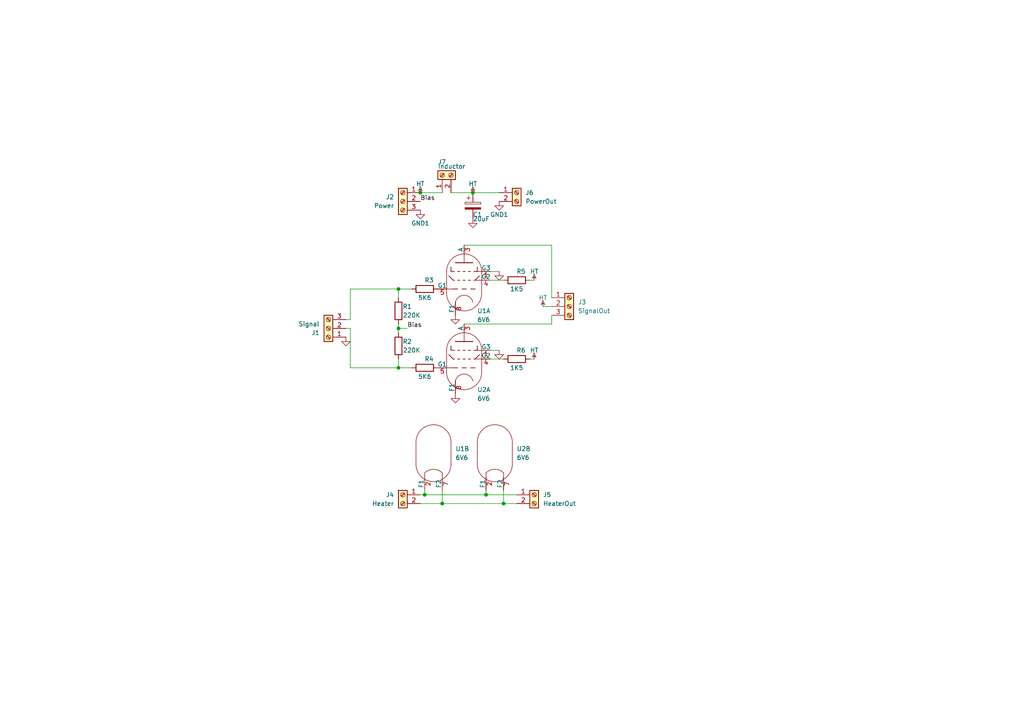
<source format=kicad_sch>
(kicad_sch (version 20230121) (generator eeschema)

  (uuid 242f2b8a-204c-43a5-9206-469c7459a187)

  (paper "A4")

  (lib_symbols
    (symbol "Connector:Screw_Terminal_01x02" (pin_names (offset 1.016) hide) (in_bom yes) (on_board yes)
      (property "Reference" "J" (at 0 2.54 0)
        (effects (font (size 1.27 1.27)))
      )
      (property "Value" "Screw_Terminal_01x02" (at 0 -5.08 0)
        (effects (font (size 1.27 1.27)))
      )
      (property "Footprint" "" (at 0 0 0)
        (effects (font (size 1.27 1.27)) hide)
      )
      (property "Datasheet" "~" (at 0 0 0)
        (effects (font (size 1.27 1.27)) hide)
      )
      (property "ki_keywords" "screw terminal" (at 0 0 0)
        (effects (font (size 1.27 1.27)) hide)
      )
      (property "ki_description" "Generic screw terminal, single row, 01x02, script generated (kicad-library-utils/schlib/autogen/connector/)" (at 0 0 0)
        (effects (font (size 1.27 1.27)) hide)
      )
      (property "ki_fp_filters" "TerminalBlock*:*" (at 0 0 0)
        (effects (font (size 1.27 1.27)) hide)
      )
      (symbol "Screw_Terminal_01x02_1_1"
        (rectangle (start -1.27 1.27) (end 1.27 -3.81)
          (stroke (width 0.254) (type default))
          (fill (type background))
        )
        (circle (center 0 -2.54) (radius 0.635)
          (stroke (width 0.1524) (type default))
          (fill (type none))
        )
        (polyline
          (pts
            (xy -0.5334 -2.2098)
            (xy 0.3302 -3.048)
          )
          (stroke (width 0.1524) (type default))
          (fill (type none))
        )
        (polyline
          (pts
            (xy -0.5334 0.3302)
            (xy 0.3302 -0.508)
          )
          (stroke (width 0.1524) (type default))
          (fill (type none))
        )
        (polyline
          (pts
            (xy -0.3556 -2.032)
            (xy 0.508 -2.8702)
          )
          (stroke (width 0.1524) (type default))
          (fill (type none))
        )
        (polyline
          (pts
            (xy -0.3556 0.508)
            (xy 0.508 -0.3302)
          )
          (stroke (width 0.1524) (type default))
          (fill (type none))
        )
        (circle (center 0 0) (radius 0.635)
          (stroke (width 0.1524) (type default))
          (fill (type none))
        )
        (pin passive line (at -5.08 0 0) (length 3.81)
          (name "Pin_1" (effects (font (size 1.27 1.27))))
          (number "1" (effects (font (size 1.27 1.27))))
        )
        (pin passive line (at -5.08 -2.54 0) (length 3.81)
          (name "Pin_2" (effects (font (size 1.27 1.27))))
          (number "2" (effects (font (size 1.27 1.27))))
        )
      )
    )
    (symbol "Connector:Screw_Terminal_01x03" (pin_names (offset 1.016) hide) (in_bom yes) (on_board yes)
      (property "Reference" "J" (at 0 5.08 0)
        (effects (font (size 1.27 1.27)))
      )
      (property "Value" "Screw_Terminal_01x03" (at 0 -5.08 0)
        (effects (font (size 1.27 1.27)))
      )
      (property "Footprint" "" (at 0 0 0)
        (effects (font (size 1.27 1.27)) hide)
      )
      (property "Datasheet" "~" (at 0 0 0)
        (effects (font (size 1.27 1.27)) hide)
      )
      (property "ki_keywords" "screw terminal" (at 0 0 0)
        (effects (font (size 1.27 1.27)) hide)
      )
      (property "ki_description" "Generic screw terminal, single row, 01x03, script generated (kicad-library-utils/schlib/autogen/connector/)" (at 0 0 0)
        (effects (font (size 1.27 1.27)) hide)
      )
      (property "ki_fp_filters" "TerminalBlock*:*" (at 0 0 0)
        (effects (font (size 1.27 1.27)) hide)
      )
      (symbol "Screw_Terminal_01x03_1_1"
        (rectangle (start -1.27 3.81) (end 1.27 -3.81)
          (stroke (width 0.254) (type default))
          (fill (type background))
        )
        (circle (center 0 -2.54) (radius 0.635)
          (stroke (width 0.1524) (type default))
          (fill (type none))
        )
        (polyline
          (pts
            (xy -0.5334 -2.2098)
            (xy 0.3302 -3.048)
          )
          (stroke (width 0.1524) (type default))
          (fill (type none))
        )
        (polyline
          (pts
            (xy -0.5334 0.3302)
            (xy 0.3302 -0.508)
          )
          (stroke (width 0.1524) (type default))
          (fill (type none))
        )
        (polyline
          (pts
            (xy -0.5334 2.8702)
            (xy 0.3302 2.032)
          )
          (stroke (width 0.1524) (type default))
          (fill (type none))
        )
        (polyline
          (pts
            (xy -0.3556 -2.032)
            (xy 0.508 -2.8702)
          )
          (stroke (width 0.1524) (type default))
          (fill (type none))
        )
        (polyline
          (pts
            (xy -0.3556 0.508)
            (xy 0.508 -0.3302)
          )
          (stroke (width 0.1524) (type default))
          (fill (type none))
        )
        (polyline
          (pts
            (xy -0.3556 3.048)
            (xy 0.508 2.2098)
          )
          (stroke (width 0.1524) (type default))
          (fill (type none))
        )
        (circle (center 0 0) (radius 0.635)
          (stroke (width 0.1524) (type default))
          (fill (type none))
        )
        (circle (center 0 2.54) (radius 0.635)
          (stroke (width 0.1524) (type default))
          (fill (type none))
        )
        (pin passive line (at -5.08 2.54 0) (length 3.81)
          (name "Pin_1" (effects (font (size 1.27 1.27))))
          (number "1" (effects (font (size 1.27 1.27))))
        )
        (pin passive line (at -5.08 0 0) (length 3.81)
          (name "Pin_2" (effects (font (size 1.27 1.27))))
          (number "2" (effects (font (size 1.27 1.27))))
        )
        (pin passive line (at -5.08 -2.54 0) (length 3.81)
          (name "Pin_3" (effects (font (size 1.27 1.27))))
          (number "3" (effects (font (size 1.27 1.27))))
        )
      )
    )
    (symbol "CustomSymbols:HT1" (power) (pin_names (offset 0)) (in_bom yes) (on_board yes)
      (property "Reference" "#PWR" (at 0 3.048 0)
        (effects (font (size 1.27 1.27)) hide)
      )
      (property "Value" "HT1" (at 0 2.286 0)
        (effects (font (size 1.27 1.27)))
      )
      (property "Footprint" "" (at 0 0 0)
        (effects (font (size 1.27 1.27)) hide)
      )
      (property "Datasheet" "" (at 0 0 0)
        (effects (font (size 1.27 1.27)) hide)
      )
      (property "ki_keywords" "global power" (at 0 0 0)
        (effects (font (size 1.27 1.27)) hide)
      )
      (property "ki_description" "Power symbol creates a global label with name \"HT1\"" (at 0 0 0)
        (effects (font (size 1.27 1.27)) hide)
      )
      (symbol "HT1_0_0"
        (pin power_in line (at 0 0 90) (length 0) hide
          (name "HT" (effects (font (size 1.27 1.27))))
          (number "1" (effects (font (size 1.27 1.27))))
        )
      )
      (symbol "HT1_0_1"
        (polyline
          (pts
            (xy 0 0)
            (xy 0 1.016)
            (xy 0 1.016)
          )
          (stroke (width 0) (type default))
          (fill (type none))
        )
        (polyline
          (pts
            (xy 0 1.016)
            (xy 0.508 0.508)
            (xy 0 1.778)
            (xy -0.508 0.508)
            (xy 0 1.016)
            (xy 0 1.016)
          )
          (stroke (width 0) (type default))
          (fill (type none))
        )
      )
    )
    (symbol "Device:C_Polarized" (pin_numbers hide) (pin_names (offset 0.254)) (in_bom yes) (on_board yes)
      (property "Reference" "C" (at 0.635 2.54 0)
        (effects (font (size 1.27 1.27)) (justify left))
      )
      (property "Value" "C_Polarized" (at 0.635 -2.54 0)
        (effects (font (size 1.27 1.27)) (justify left))
      )
      (property "Footprint" "" (at 0.9652 -3.81 0)
        (effects (font (size 1.27 1.27)) hide)
      )
      (property "Datasheet" "~" (at 0 0 0)
        (effects (font (size 1.27 1.27)) hide)
      )
      (property "ki_keywords" "cap capacitor" (at 0 0 0)
        (effects (font (size 1.27 1.27)) hide)
      )
      (property "ki_description" "Polarized capacitor" (at 0 0 0)
        (effects (font (size 1.27 1.27)) hide)
      )
      (property "ki_fp_filters" "CP_*" (at 0 0 0)
        (effects (font (size 1.27 1.27)) hide)
      )
      (symbol "C_Polarized_0_1"
        (rectangle (start -2.286 0.508) (end 2.286 1.016)
          (stroke (width 0) (type default))
          (fill (type none))
        )
        (polyline
          (pts
            (xy -1.778 2.286)
            (xy -0.762 2.286)
          )
          (stroke (width 0) (type default))
          (fill (type none))
        )
        (polyline
          (pts
            (xy -1.27 2.794)
            (xy -1.27 1.778)
          )
          (stroke (width 0) (type default))
          (fill (type none))
        )
        (rectangle (start 2.286 -0.508) (end -2.286 -1.016)
          (stroke (width 0) (type default))
          (fill (type outline))
        )
      )
      (symbol "C_Polarized_1_1"
        (pin passive line (at 0 3.81 270) (length 2.794)
          (name "~" (effects (font (size 1.27 1.27))))
          (number "1" (effects (font (size 1.27 1.27))))
        )
        (pin passive line (at 0 -3.81 90) (length 2.794)
          (name "~" (effects (font (size 1.27 1.27))))
          (number "2" (effects (font (size 1.27 1.27))))
        )
      )
    )
    (symbol "Device:R" (pin_numbers hide) (pin_names (offset 0)) (in_bom yes) (on_board yes)
      (property "Reference" "R" (at 2.032 0 90)
        (effects (font (size 1.27 1.27)))
      )
      (property "Value" "R" (at 0 0 90)
        (effects (font (size 1.27 1.27)))
      )
      (property "Footprint" "" (at -1.778 0 90)
        (effects (font (size 1.27 1.27)) hide)
      )
      (property "Datasheet" "~" (at 0 0 0)
        (effects (font (size 1.27 1.27)) hide)
      )
      (property "ki_keywords" "R res resistor" (at 0 0 0)
        (effects (font (size 1.27 1.27)) hide)
      )
      (property "ki_description" "Resistor" (at 0 0 0)
        (effects (font (size 1.27 1.27)) hide)
      )
      (property "ki_fp_filters" "R_*" (at 0 0 0)
        (effects (font (size 1.27 1.27)) hide)
      )
      (symbol "R_0_1"
        (rectangle (start -1.016 -2.54) (end 1.016 2.54)
          (stroke (width 0.254) (type default))
          (fill (type none))
        )
      )
      (symbol "R_1_1"
        (pin passive line (at 0 3.81 270) (length 1.27)
          (name "~" (effects (font (size 1.27 1.27))))
          (number "1" (effects (font (size 1.27 1.27))))
        )
        (pin passive line (at 0 -3.81 90) (length 1.27)
          (name "~" (effects (font (size 1.27 1.27))))
          (number "2" (effects (font (size 1.27 1.27))))
        )
      )
    )
    (symbol "Valve:EL34" (pin_names (offset 0)) (in_bom yes) (on_board yes)
      (property "Reference" "U" (at 5.08 8.89 0)
        (effects (font (size 1.27 1.27)))
      )
      (property "Value" "EL34" (at 6.35 -7.62 0)
        (effects (font (size 1.27 1.27)))
      )
      (property "Footprint" "Valve:Valve_Octal" (at 7.62 -8.89 0)
        (effects (font (size 1.27 1.27)) hide)
      )
      (property "Datasheet" "http://www.r-type.org/pdfs/el34.pdf" (at 0 0 0)
        (effects (font (size 1.27 1.27)) hide)
      )
      (property "ki_locked" "" (at 0 0 0)
        (effects (font (size 1.27 1.27)))
      )
      (property "ki_keywords" "pentode valve" (at 0 0 0)
        (effects (font (size 1.27 1.27)) hide)
      )
      (property "ki_description" "pentode, 25W" (at 0 0 0)
        (effects (font (size 1.27 1.27)) hide)
      )
      (property "ki_fp_filters" "VALVE*OCTAL*" (at 0 0 0)
        (effects (font (size 1.27 1.27)) hide)
      )
      (symbol "EL34_0_1"
        (arc (start -5.08 -2.54) (mid 0 -7.5979) (end 5.08 -2.54)
          (stroke (width 0) (type default))
          (fill (type none))
        )
        (polyline
          (pts
            (xy -5.08 3.81)
            (xy -5.08 -2.54)
            (xy -5.08 -2.54)
          )
          (stroke (width 0) (type default))
          (fill (type none))
        )
        (polyline
          (pts
            (xy 5.08 3.81)
            (xy 5.08 -2.54)
            (xy 5.08 -2.54)
          )
          (stroke (width 0) (type default))
          (fill (type none))
        )
        (arc (start 5.08 3.81) (mid 0 8.8679) (end -5.08 3.81)
          (stroke (width 0) (type default))
          (fill (type none))
        )
      )
      (symbol "EL34_1_0"
        (polyline
          (pts
            (xy -2.54 -5.08)
            (xy -2.54 -7.62)
          )
          (stroke (width 0) (type default))
          (fill (type none))
        )
      )
      (symbol "EL34_1_1"
        (polyline
          (pts
            (xy -5.08 -1.27)
            (xy -3.175 -1.27)
          )
          (stroke (width 0) (type default))
          (fill (type none))
        )
        (polyline
          (pts
            (xy -4.445 2.54)
            (xy -3.175 1.27)
          )
          (stroke (width 0.2032) (type default))
          (fill (type none))
        )
        (polyline
          (pts
            (xy -3.81 3.81)
            (xy -2.794 3.81)
          )
          (stroke (width 0.2032) (type default))
          (fill (type none))
        )
        (polyline
          (pts
            (xy -3.81 5.08)
            (xy -3.81 3.81)
          )
          (stroke (width 0.2032) (type default))
          (fill (type none))
        )
        (polyline
          (pts
            (xy -3.175 1.27)
            (xy -2.794 1.27)
          )
          (stroke (width 0.2032) (type default))
          (fill (type none))
        )
        (polyline
          (pts
            (xy -1.905 -1.27)
            (xy -3.175 -1.27)
          )
          (stroke (width 0.2032) (type default))
          (fill (type none))
        )
        (polyline
          (pts
            (xy -1.8542 1.27)
            (xy -1.2192 1.27)
          )
          (stroke (width 0.2032) (type default))
          (fill (type none))
        )
        (polyline
          (pts
            (xy -1.8542 3.81)
            (xy -1.2192 3.81)
          )
          (stroke (width 0.2032) (type default))
          (fill (type none))
        )
        (polyline
          (pts
            (xy -0.635 -1.27)
            (xy 0.635 -1.27)
          )
          (stroke (width 0.2032) (type default))
          (fill (type none))
        )
        (polyline
          (pts
            (xy -0.3302 1.27)
            (xy 0.3302 1.27)
          )
          (stroke (width 0.2032) (type default))
          (fill (type none))
        )
        (polyline
          (pts
            (xy -0.3302 3.81)
            (xy 0.3302 3.81)
          )
          (stroke (width 0.2032) (type default))
          (fill (type none))
        )
        (polyline
          (pts
            (xy 0 6.35)
            (xy 0 8.89)
          )
          (stroke (width 0) (type default))
          (fill (type none))
        )
        (polyline
          (pts
            (xy 1.2192 1.27)
            (xy 1.8542 1.27)
          )
          (stroke (width 0.2032) (type default))
          (fill (type none))
        )
        (polyline
          (pts
            (xy 1.2192 3.81)
            (xy 1.8542 3.81)
          )
          (stroke (width 0.2032) (type default))
          (fill (type none))
        )
        (polyline
          (pts
            (xy 1.905 -1.27)
            (xy 3.175 -1.27)
          )
          (stroke (width 0.2032) (type default))
          (fill (type none))
        )
        (polyline
          (pts
            (xy 2.794 1.27)
            (xy 3.175 1.27)
          )
          (stroke (width 0.2032) (type default))
          (fill (type none))
        )
        (polyline
          (pts
            (xy 3.175 1.27)
            (xy 5.08 1.27)
          )
          (stroke (width 0) (type default))
          (fill (type none))
        )
        (polyline
          (pts
            (xy 3.81 3.81)
            (xy 2.794 3.81)
          )
          (stroke (width 0.2032) (type default))
          (fill (type none))
        )
        (polyline
          (pts
            (xy 3.81 5.08)
            (xy 3.81 3.81)
          )
          (stroke (width 0.2032) (type default))
          (fill (type none))
        )
        (polyline
          (pts
            (xy 3.8862 3.81)
            (xy 5.08 3.81)
          )
          (stroke (width 0) (type default))
          (fill (type none))
        )
        (polyline
          (pts
            (xy 4.445 2.54)
            (xy 3.175 1.27)
          )
          (stroke (width 0.2032) (type default))
          (fill (type none))
        )
        (polyline
          (pts
            (xy -2.54 6.35)
            (xy 2.54 6.35)
            (xy 2.54 6.35)
            (xy 2.54 6.35)
          )
          (stroke (width 0.254) (type default))
          (fill (type none))
        )
        (arc (start 2.54 -5.08) (mid 0 -3.0968) (end -2.54 -5.08)
          (stroke (width 0) (type default))
          (fill (type none))
        )
        (pin input line (at 7.62 3.81 180) (length 2.54)
          (name "G3" (effects (font (size 1.27 1.27))))
          (number "1" (effects (font (size 1.27 1.27))))
        )
        (pin output line (at 0 11.43 270) (length 2.54)
          (name "A" (effects (font (size 1.27 1.27))))
          (number "3" (effects (font (size 1.27 1.27))))
        )
        (pin input line (at 7.62 1.27 180) (length 2.54)
          (name "G2" (effects (font (size 1.27 1.27))))
          (number "4" (effects (font (size 1.27 1.27))))
        )
        (pin input line (at -7.62 -1.27 0) (length 2.54)
          (name "G1" (effects (font (size 1.27 1.27))))
          (number "5" (effects (font (size 1.27 1.27))))
        )
        (pin power_in line (at -2.54 -8.89 90) (length 3.81)
          (name "F1" (effects (font (size 1.27 1.27))))
          (number "8" (effects (font (size 1.27 1.27))))
        )
      )
      (symbol "EL34_2_1"
        (polyline
          (pts
            (xy -2.54 -6.35)
            (xy -2.54 -5.08)
            (xy -2.54 -5.08)
          )
          (stroke (width 0) (type default))
          (fill (type none))
        )
        (polyline
          (pts
            (xy 2.54 -6.35)
            (xy 2.54 -5.08)
            (xy 2.54 -5.08)
          )
          (stroke (width 0) (type default))
          (fill (type none))
        )
        (arc (start 2.54 -5.08) (mid 0 -4.0279) (end -2.54 -5.08)
          (stroke (width 0) (type default))
          (fill (type none))
        )
        (pin power_in line (at -2.54 -10.16 90) (length 3.81)
          (name "F1" (effects (font (size 1.27 1.27))))
          (number "2" (effects (font (size 1.27 1.27))))
        )
        (pin power_in line (at 2.54 -10.16 90) (length 3.81)
          (name "F2" (effects (font (size 1.27 1.27))))
          (number "7" (effects (font (size 1.27 1.27))))
        )
      )
    )
    (symbol "power:GND" (power) (pin_names (offset 0)) (in_bom yes) (on_board yes)
      (property "Reference" "#PWR" (at 0 -6.35 0)
        (effects (font (size 1.27 1.27)) hide)
      )
      (property "Value" "GND" (at 0 -3.81 0)
        (effects (font (size 1.27 1.27)))
      )
      (property "Footprint" "" (at 0 0 0)
        (effects (font (size 1.27 1.27)) hide)
      )
      (property "Datasheet" "" (at 0 0 0)
        (effects (font (size 1.27 1.27)) hide)
      )
      (property "ki_keywords" "global power" (at 0 0 0)
        (effects (font (size 1.27 1.27)) hide)
      )
      (property "ki_description" "Power symbol creates a global label with name \"GND\" , ground" (at 0 0 0)
        (effects (font (size 1.27 1.27)) hide)
      )
      (symbol "GND_0_1"
        (polyline
          (pts
            (xy 0 0)
            (xy 0 -1.27)
            (xy 1.27 -1.27)
            (xy 0 -2.54)
            (xy -1.27 -1.27)
            (xy 0 -1.27)
          )
          (stroke (width 0) (type default))
          (fill (type none))
        )
      )
      (symbol "GND_1_1"
        (pin power_in line (at 0 0 270) (length 0) hide
          (name "GND" (effects (font (size 1.27 1.27))))
          (number "1" (effects (font (size 1.27 1.27))))
        )
      )
    )
    (symbol "power:GND1" (power) (pin_names (offset 0)) (in_bom yes) (on_board yes)
      (property "Reference" "#PWR" (at 0 -6.35 0)
        (effects (font (size 1.27 1.27)) hide)
      )
      (property "Value" "GND1" (at 0 -3.81 0)
        (effects (font (size 1.27 1.27)))
      )
      (property "Footprint" "" (at 0 0 0)
        (effects (font (size 1.27 1.27)) hide)
      )
      (property "Datasheet" "" (at 0 0 0)
        (effects (font (size 1.27 1.27)) hide)
      )
      (property "ki_keywords" "global power" (at 0 0 0)
        (effects (font (size 1.27 1.27)) hide)
      )
      (property "ki_description" "Power symbol creates a global label with name \"GND1\" , ground" (at 0 0 0)
        (effects (font (size 1.27 1.27)) hide)
      )
      (symbol "GND1_0_1"
        (polyline
          (pts
            (xy 0 0)
            (xy 0 -1.27)
            (xy 1.27 -1.27)
            (xy 0 -2.54)
            (xy -1.27 -1.27)
            (xy 0 -1.27)
          )
          (stroke (width 0) (type default))
          (fill (type none))
        )
      )
      (symbol "GND1_1_1"
        (pin power_in line (at 0 0 270) (length 0) hide
          (name "GND1" (effects (font (size 1.27 1.27))))
          (number "1" (effects (font (size 1.27 1.27))))
        )
      )
    )
    (symbol "power:HT" (power) (pin_names (offset 0)) (in_bom yes) (on_board yes)
      (property "Reference" "#PWR" (at 0 3.048 0)
        (effects (font (size 1.27 1.27)) hide)
      )
      (property "Value" "HT" (at 0 2.286 0)
        (effects (font (size 1.27 1.27)))
      )
      (property "Footprint" "" (at 0 0 0)
        (effects (font (size 1.27 1.27)) hide)
      )
      (property "Datasheet" "" (at 0 0 0)
        (effects (font (size 1.27 1.27)) hide)
      )
      (property "ki_keywords" "global power" (at 0 0 0)
        (effects (font (size 1.27 1.27)) hide)
      )
      (property "ki_description" "Power symbol creates a global label with name \"HT\"" (at 0 0 0)
        (effects (font (size 1.27 1.27)) hide)
      )
      (symbol "HT_0_0"
        (pin power_in line (at 0 0 90) (length 0) hide
          (name "HT" (effects (font (size 1.27 1.27))))
          (number "1" (effects (font (size 1.27 1.27))))
        )
      )
      (symbol "HT_0_1"
        (polyline
          (pts
            (xy 0 0)
            (xy 0 1.016)
            (xy 0 1.016)
          )
          (stroke (width 0) (type default))
          (fill (type none))
        )
        (polyline
          (pts
            (xy 0 1.016)
            (xy 0.508 0.508)
            (xy 0 1.778)
            (xy -0.508 0.508)
            (xy 0 1.016)
            (xy 0 1.016)
          )
          (stroke (width 0) (type default))
          (fill (type none))
        )
      )
    )
  )

  (junction (at 115.57 106.68) (diameter 0) (color 0 0 0 0)
    (uuid 22c90190-1e37-4b6b-b131-35da60f20ae0)
  )
  (junction (at 140.97 143.51) (diameter 0) (color 0 0 0 0)
    (uuid 42e0875e-fcef-4aa8-8b84-029742c8d698)
  )
  (junction (at 128.27 146.05) (diameter 0) (color 0 0 0 0)
    (uuid 47b7bf88-cbd7-415f-8882-b5845b4a8c12)
  )
  (junction (at 115.57 83.82) (diameter 0) (color 0 0 0 0)
    (uuid 621591d2-804c-4322-94f9-176ca5a8742a)
  )
  (junction (at 137.16 55.88) (diameter 0) (color 0 0 0 0)
    (uuid 6bef4ecb-2a82-494a-90a3-0f0836eeddc1)
  )
  (junction (at 115.57 95.25) (diameter 0) (color 0 0 0 0)
    (uuid 9c9e1791-5e0f-4e13-b71d-9b73d35cdd2f)
  )
  (junction (at 146.05 146.05) (diameter 0) (color 0 0 0 0)
    (uuid ab649835-a9eb-482e-9c2a-e17a396914ad)
  )
  (junction (at 121.92 55.88) (diameter 0) (color 0 0 0 0)
    (uuid c1cf2a4a-9c1e-490a-ac26-2af077f1a999)
  )
  (junction (at 123.19 143.51) (diameter 0) (color 0 0 0 0)
    (uuid f05bf839-f286-432a-86ce-028276601887)
  )

  (wire (pts (xy 101.6 92.71) (xy 100.33 92.71))
    (stroke (width 0) (type default))
    (uuid 0bd75764-dae1-41e9-8639-2128ef07c04f)
  )
  (wire (pts (xy 101.6 95.25) (xy 100.33 95.25))
    (stroke (width 0) (type default))
    (uuid 0c06ae5e-5d28-4ceb-a0b8-4305f02ce2c7)
  )
  (wire (pts (xy 146.05 104.14) (xy 142.24 104.14))
    (stroke (width 0) (type default))
    (uuid 18a04677-7a56-49f0-a0a2-21e636dc205d)
  )
  (wire (pts (xy 119.38 83.82) (xy 115.57 83.82))
    (stroke (width 0) (type default))
    (uuid 19c9390f-bd37-459e-9e27-ea643655933b)
  )
  (wire (pts (xy 157.48 88.9) (xy 160.02 88.9))
    (stroke (width 0) (type default))
    (uuid 1addb22a-e9c0-49d3-a4a5-c7aa81a0302c)
  )
  (wire (pts (xy 140.97 143.51) (xy 140.97 142.24))
    (stroke (width 0) (type default))
    (uuid 1bff8038-dadd-456a-b418-a4f2f3c8606a)
  )
  (wire (pts (xy 115.57 86.36) (xy 115.57 83.82))
    (stroke (width 0) (type default))
    (uuid 3dcdc640-246a-4160-b8a2-636b30f8db1b)
  )
  (wire (pts (xy 134.62 71.12) (xy 160.02 71.12))
    (stroke (width 0) (type default))
    (uuid 4252702e-d457-478a-8dd2-ddef5866ffa4)
  )
  (wire (pts (xy 121.92 146.05) (xy 128.27 146.05))
    (stroke (width 0) (type default))
    (uuid 470d0f49-fdd6-4847-8968-658b5e57612d)
  )
  (wire (pts (xy 144.78 101.6) (xy 142.24 101.6))
    (stroke (width 0) (type default))
    (uuid 492270d6-b922-47a5-b7d7-b7b06b3f942c)
  )
  (wire (pts (xy 154.94 104.14) (xy 153.67 104.14))
    (stroke (width 0) (type default))
    (uuid 4a6e7211-7609-4495-bcab-8d185ad660b0)
  )
  (wire (pts (xy 101.6 106.68) (xy 115.57 106.68))
    (stroke (width 0) (type default))
    (uuid 4d1283e9-b6a3-4357-a7c7-b9d5ef118447)
  )
  (wire (pts (xy 128.27 146.05) (xy 146.05 146.05))
    (stroke (width 0) (type default))
    (uuid 4ddb6845-19cf-4fd7-9447-2a86ff134a74)
  )
  (wire (pts (xy 115.57 96.52) (xy 115.57 95.25))
    (stroke (width 0) (type default))
    (uuid 5901e623-5f59-4d1a-bfdd-3a089b1d40d4)
  )
  (wire (pts (xy 123.19 143.51) (xy 123.19 142.24))
    (stroke (width 0) (type default))
    (uuid 627cdcfa-afe8-48f5-8f09-63660c55a125)
  )
  (wire (pts (xy 128.27 146.05) (xy 128.27 142.24))
    (stroke (width 0) (type default))
    (uuid 6593a7b5-8594-4e26-97df-8b3e36c1fad3)
  )
  (wire (pts (xy 121.92 143.51) (xy 123.19 143.51))
    (stroke (width 0) (type default))
    (uuid 6792df1a-e336-4860-a55a-c708d47f6d50)
  )
  (wire (pts (xy 115.57 104.14) (xy 115.57 106.68))
    (stroke (width 0) (type default))
    (uuid 694d3189-921e-42cd-9d20-e696c3eb83f6)
  )
  (wire (pts (xy 146.05 146.05) (xy 149.86 146.05))
    (stroke (width 0) (type default))
    (uuid 8d7bce1d-5d22-45e6-a4e7-43d866c42491)
  )
  (wire (pts (xy 118.11 95.25) (xy 115.57 95.25))
    (stroke (width 0) (type default))
    (uuid a1307a2b-7033-44f9-a837-64f699bf445a)
  )
  (wire (pts (xy 130.81 55.88) (xy 137.16 55.88))
    (stroke (width 0) (type default))
    (uuid a2067534-fa22-4359-bb40-95be09f68182)
  )
  (wire (pts (xy 144.78 78.74) (xy 142.24 78.74))
    (stroke (width 0) (type default))
    (uuid afa4908d-9c07-4341-bdaf-a4424e700829)
  )
  (wire (pts (xy 137.16 55.88) (xy 144.78 55.88))
    (stroke (width 0) (type default))
    (uuid b4819ce9-4082-4a1b-aeab-aaaab2295e38)
  )
  (wire (pts (xy 123.19 143.51) (xy 140.97 143.51))
    (stroke (width 0) (type default))
    (uuid b5dbbb75-9a46-4ea2-b3dd-0e57bf9ecbb2)
  )
  (wire (pts (xy 154.94 81.28) (xy 153.67 81.28))
    (stroke (width 0) (type default))
    (uuid b6d16d9c-82f6-4ea0-90cf-b77cca8e555c)
  )
  (wire (pts (xy 140.97 143.51) (xy 149.86 143.51))
    (stroke (width 0) (type default))
    (uuid b8bdde4a-8e7a-4a12-a655-dbe10d81b38a)
  )
  (wire (pts (xy 101.6 95.25) (xy 101.6 106.68))
    (stroke (width 0) (type default))
    (uuid bacf4d1f-4feb-465f-a77a-71270f158ec1)
  )
  (wire (pts (xy 119.38 106.68) (xy 115.57 106.68))
    (stroke (width 0) (type default))
    (uuid c2d22a99-0b87-4a6e-b930-90018ed08c2e)
  )
  (wire (pts (xy 121.92 55.88) (xy 128.27 55.88))
    (stroke (width 0) (type default))
    (uuid d2122850-429f-452b-a9ac-19f3cd0e06c0)
  )
  (wire (pts (xy 146.05 81.28) (xy 142.24 81.28))
    (stroke (width 0) (type default))
    (uuid d282d4fb-c770-4623-9a08-9dddaa54f20d)
  )
  (wire (pts (xy 160.02 71.12) (xy 160.02 86.36))
    (stroke (width 0) (type default))
    (uuid d79d1a3c-c2cc-428f-a068-bba5a1f41514)
  )
  (wire (pts (xy 160.02 91.44) (xy 160.02 93.98))
    (stroke (width 0) (type default))
    (uuid e16f14ff-1d26-44f1-8267-cc7325a79ab0)
  )
  (wire (pts (xy 101.6 83.82) (xy 115.57 83.82))
    (stroke (width 0) (type default))
    (uuid e4798b46-4cdd-4539-90f0-170fc85fdd84)
  )
  (wire (pts (xy 146.05 146.05) (xy 146.05 142.24))
    (stroke (width 0) (type default))
    (uuid f3c095cb-ea22-47b1-b106-157fd96c1979)
  )
  (wire (pts (xy 101.6 92.71) (xy 101.6 83.82))
    (stroke (width 0) (type default))
    (uuid f570725d-7edd-4bb0-bd51-01f878cca650)
  )
  (wire (pts (xy 115.57 95.25) (xy 115.57 93.98))
    (stroke (width 0) (type default))
    (uuid f5a85e7c-e4ff-45c0-a4e5-671ea7bbe18b)
  )
  (wire (pts (xy 134.62 93.98) (xy 160.02 93.98))
    (stroke (width 0) (type default))
    (uuid fc3c994b-4514-407d-be91-e3c025460441)
  )

  (label "Bias" (at 121.92 58.42 0) (fields_autoplaced)
    (effects (font (size 1.27 1.27)) (justify left bottom))
    (uuid 3a6d63d6-02a8-4bf2-95ac-852e31d32deb)
  )
  (label "Bias" (at 118.11 95.25 0) (fields_autoplaced)
    (effects (font (size 1.27 1.27)) (justify left bottom))
    (uuid 47a0bc32-f6ef-49a1-a055-b9d19ad9f881)
  )

  (symbol (lib_id "Device:R") (at 123.19 106.68 90) (unit 1)
    (in_bom yes) (on_board yes) (dnp no)
    (uuid 04961491-9df9-4a60-93c6-7eb69344fc39)
    (property "Reference" "R4" (at 124.46 104.14 90)
      (effects (font (size 1.27 1.27)))
    )
    (property "Value" "5K6" (at 123.19 109.22 90)
      (effects (font (size 1.27 1.27)))
    )
    (property "Footprint" "Resistor_THT:R_Axial_DIN0411_L9.9mm_D3.6mm_P12.70mm_Horizontal" (at 123.19 108.458 90)
      (effects (font (size 1.27 1.27)) hide)
    )
    (property "Datasheet" "~" (at 123.19 106.68 0)
      (effects (font (size 1.27 1.27)) hide)
    )
    (pin "1" (uuid 5acff175-2023-4197-a4a4-7f2ec563d0af))
    (pin "2" (uuid 566d06d5-40ae-4cae-8ca4-50b0bce76ccb))
    (instances
      (project "PowerAmpModule"
        (path "/242f2b8a-204c-43a5-9206-469c7459a187"
          (reference "R4") (unit 1)
        )
      )
    )
  )

  (symbol (lib_id "Device:R") (at 149.86 104.14 270) (unit 1)
    (in_bom yes) (on_board yes) (dnp no)
    (uuid 0a4ca57d-be91-423a-85f9-6891db4de004)
    (property "Reference" "R6" (at 151.13 101.6 90)
      (effects (font (size 1.27 1.27)))
    )
    (property "Value" "1K5" (at 149.86 106.68 90)
      (effects (font (size 1.27 1.27)))
    )
    (property "Footprint" "Resistor_THT:R_Axial_DIN0411_L9.9mm_D3.6mm_P12.70mm_Horizontal" (at 149.86 102.362 90)
      (effects (font (size 1.27 1.27)) hide)
    )
    (property "Datasheet" "~" (at 149.86 104.14 0)
      (effects (font (size 1.27 1.27)) hide)
    )
    (pin "1" (uuid 563f2294-f13c-43ab-9c02-0e0c88a108ea))
    (pin "2" (uuid 9f34dac4-bad4-46a3-b355-874d7ffbd88b))
    (instances
      (project "PowerAmpModule"
        (path "/242f2b8a-204c-43a5-9206-469c7459a187"
          (reference "R6") (unit 1)
        )
      )
    )
  )

  (symbol (lib_id "power:GND") (at 132.08 114.3 0) (unit 1)
    (in_bom yes) (on_board yes) (dnp no) (fields_autoplaced)
    (uuid 0f907ca8-94c1-4aec-965f-4a7a9e0aca53)
    (property "Reference" "#PWR02" (at 132.08 120.65 0)
      (effects (font (size 1.27 1.27)) hide)
    )
    (property "Value" "GND" (at 132.08 118.11 90)
      (effects (font (size 1.27 1.27)) (justify right) hide)
    )
    (property "Footprint" "" (at 132.08 114.3 0)
      (effects (font (size 1.27 1.27)) hide)
    )
    (property "Datasheet" "" (at 132.08 114.3 0)
      (effects (font (size 1.27 1.27)) hide)
    )
    (pin "1" (uuid 21431393-3399-4441-b517-4729e30d1ae9))
    (instances
      (project "PowerAmpModule"
        (path "/242f2b8a-204c-43a5-9206-469c7459a187"
          (reference "#PWR02") (unit 1)
        )
      )
    )
  )

  (symbol (lib_id "power:GND") (at 144.78 101.6 0) (unit 1)
    (in_bom yes) (on_board yes) (dnp no) (fields_autoplaced)
    (uuid 1a45210b-d2ba-4e80-b847-36660e1369ad)
    (property "Reference" "#PWR04" (at 144.78 107.95 0)
      (effects (font (size 1.27 1.27)) hide)
    )
    (property "Value" "GND" (at 144.78 105.41 90)
      (effects (font (size 1.27 1.27)) (justify right) hide)
    )
    (property "Footprint" "" (at 144.78 101.6 0)
      (effects (font (size 1.27 1.27)) hide)
    )
    (property "Datasheet" "" (at 144.78 101.6 0)
      (effects (font (size 1.27 1.27)) hide)
    )
    (pin "1" (uuid 41f265dc-6258-48d5-bc7b-8e6fd597ef86))
    (instances
      (project "PowerAmpModule"
        (path "/242f2b8a-204c-43a5-9206-469c7459a187"
          (reference "#PWR04") (unit 1)
        )
      )
    )
  )

  (symbol (lib_id "CustomSymbols:HT1") (at 157.48 88.9 0) (unit 1)
    (in_bom yes) (on_board yes) (dnp no)
    (uuid 1c806a25-be87-4f18-8b34-cd6de9a12707)
    (property "Reference" "#PWR010" (at 157.48 85.852 0)
      (effects (font (size 1.27 1.27)) hide)
    )
    (property "Value" "HT1" (at 157.48 86.36 0)
      (effects (font (size 1.27 1.27)))
    )
    (property "Footprint" "" (at 157.48 88.9 0)
      (effects (font (size 1.27 1.27)) hide)
    )
    (property "Datasheet" "" (at 157.48 88.9 0)
      (effects (font (size 1.27 1.27)) hide)
    )
    (pin "1" (uuid 3d7d5724-4d33-4a17-be66-32bd9ee9c7c1))
    (instances
      (project "PowerAmpModule"
        (path "/242f2b8a-204c-43a5-9206-469c7459a187"
          (reference "#PWR010") (unit 1)
        )
      )
    )
  )

  (symbol (lib_id "power:GND") (at 144.78 78.74 0) (unit 1)
    (in_bom yes) (on_board yes) (dnp no) (fields_autoplaced)
    (uuid 27aea8e3-d4fe-4160-96be-192c891eabff)
    (property "Reference" "#PWR03" (at 144.78 85.09 0)
      (effects (font (size 1.27 1.27)) hide)
    )
    (property "Value" "GND" (at 144.78 82.55 90)
      (effects (font (size 1.27 1.27)) (justify right) hide)
    )
    (property "Footprint" "" (at 144.78 78.74 0)
      (effects (font (size 1.27 1.27)) hide)
    )
    (property "Datasheet" "" (at 144.78 78.74 0)
      (effects (font (size 1.27 1.27)) hide)
    )
    (pin "1" (uuid 56870cbb-16eb-44d4-81e9-0f3df59b2a6c))
    (instances
      (project "PowerAmpModule"
        (path "/242f2b8a-204c-43a5-9206-469c7459a187"
          (reference "#PWR03") (unit 1)
        )
      )
    )
  )

  (symbol (lib_id "power:GND1") (at 144.78 58.42 0) (unit 1)
    (in_bom yes) (on_board yes) (dnp no)
    (uuid 2ee2d31c-28d9-4665-a7a8-d4c36dd8b772)
    (property "Reference" "#PWR013" (at 144.78 64.77 0)
      (effects (font (size 1.27 1.27)) hide)
    )
    (property "Value" "GND1" (at 144.78 62.23 0)
      (effects (font (size 1.27 1.27)))
    )
    (property "Footprint" "" (at 144.78 58.42 0)
      (effects (font (size 1.27 1.27)) hide)
    )
    (property "Datasheet" "" (at 144.78 58.42 0)
      (effects (font (size 1.27 1.27)) hide)
    )
    (pin "1" (uuid 7750b95d-2616-47e5-b366-a212ee092513))
    (instances
      (project "PowerAmpModule"
        (path "/242f2b8a-204c-43a5-9206-469c7459a187"
          (reference "#PWR013") (unit 1)
        )
      )
    )
  )

  (symbol (lib_id "power:HT") (at 137.16 55.88 0) (unit 1)
    (in_bom yes) (on_board yes) (dnp no)
    (uuid 313d4b66-debd-4f6e-b02d-f6b2e3052559)
    (property "Reference" "#PWR08" (at 137.16 52.832 0)
      (effects (font (size 1.27 1.27)) hide)
    )
    (property "Value" "HT" (at 137.16 53.34 0)
      (effects (font (size 1.27 1.27)))
    )
    (property "Footprint" "" (at 137.16 55.88 0)
      (effects (font (size 1.27 1.27)) hide)
    )
    (property "Datasheet" "" (at 137.16 55.88 0)
      (effects (font (size 1.27 1.27)) hide)
    )
    (pin "1" (uuid 3b8b31cf-1040-4c62-9569-8afd44e23cce))
    (instances
      (project "PowerAmpModule"
        (path "/242f2b8a-204c-43a5-9206-469c7459a187"
          (reference "#PWR08") (unit 1)
        )
      )
    )
  )

  (symbol (lib_id "power:GND1") (at 121.92 60.96 0) (unit 1)
    (in_bom yes) (on_board yes) (dnp no)
    (uuid 3d8a20f4-5dad-421f-9471-55519431d997)
    (property "Reference" "#PWR09" (at 121.92 67.31 0)
      (effects (font (size 1.27 1.27)) hide)
    )
    (property "Value" "GND1" (at 121.92 64.77 0)
      (effects (font (size 1.27 1.27)))
    )
    (property "Footprint" "" (at 121.92 60.96 0)
      (effects (font (size 1.27 1.27)) hide)
    )
    (property "Datasheet" "" (at 121.92 60.96 0)
      (effects (font (size 1.27 1.27)) hide)
    )
    (pin "1" (uuid 61a7ba11-f9f4-49df-bf27-d5f04795ee40))
    (instances
      (project "PowerAmpModule"
        (path "/242f2b8a-204c-43a5-9206-469c7459a187"
          (reference "#PWR09") (unit 1)
        )
      )
    )
  )

  (symbol (lib_id "Connector:Screw_Terminal_01x02") (at 154.94 143.51 0) (unit 1)
    (in_bom yes) (on_board yes) (dnp no) (fields_autoplaced)
    (uuid 51a38fc0-7070-4b69-8ceb-187d43fe796e)
    (property "Reference" "J5" (at 157.48 143.51 0)
      (effects (font (size 1.27 1.27)) (justify left))
    )
    (property "Value" "HeaterOut" (at 157.48 146.05 0)
      (effects (font (size 1.27 1.27)) (justify left))
    )
    (property "Footprint" "Connector_Molex:Molex_Micro-Fit_3.0_43650-0215_1x02_P3.00mm_Vertical" (at 154.94 143.51 0)
      (effects (font (size 1.27 1.27)) hide)
    )
    (property "Datasheet" "~" (at 154.94 143.51 0)
      (effects (font (size 1.27 1.27)) hide)
    )
    (pin "1" (uuid 90c6dc29-b8de-4eac-8d40-65e25c168964))
    (pin "2" (uuid 328fe6fc-54c8-4578-9c12-2ef0fbb6ad30))
    (instances
      (project "PowerAmpModule"
        (path "/242f2b8a-204c-43a5-9206-469c7459a187"
          (reference "J5") (unit 1)
        )
      )
    )
  )

  (symbol (lib_id "CustomSymbols:HT1") (at 121.92 55.88 0) (unit 1)
    (in_bom yes) (on_board yes) (dnp no)
    (uuid 52a08485-ddc2-4517-afec-7435e44d6903)
    (property "Reference" "#PWR07" (at 121.92 52.832 0)
      (effects (font (size 1.27 1.27)) hide)
    )
    (property "Value" "HT1" (at 121.92 53.34 0)
      (effects (font (size 1.27 1.27)))
    )
    (property "Footprint" "" (at 121.92 55.88 0)
      (effects (font (size 1.27 1.27)) hide)
    )
    (property "Datasheet" "" (at 121.92 55.88 0)
      (effects (font (size 1.27 1.27)) hide)
    )
    (pin "1" (uuid a8f57a65-cf5d-41ed-8212-de0cae388508))
    (instances
      (project "PowerAmpModule"
        (path "/242f2b8a-204c-43a5-9206-469c7459a187"
          (reference "#PWR07") (unit 1)
        )
      )
    )
  )

  (symbol (lib_id "Valve:EL34") (at 143.51 132.08 0) (unit 2)
    (in_bom yes) (on_board yes) (dnp no) (fields_autoplaced)
    (uuid 5d9b2ab7-186c-4e0d-baf3-cde278bfbf5b)
    (property "Reference" "U2" (at 149.86 130.175 0)
      (effects (font (size 1.27 1.27)) (justify left))
    )
    (property "Value" "6V6" (at 149.86 132.715 0)
      (effects (font (size 1.27 1.27)) (justify left))
    )
    (property "Footprint" "CustomFootprints:BELTON_VT8-PTL-01" (at 151.13 140.97 0)
      (effects (font (size 1.27 1.27)) hide)
    )
    (property "Datasheet" "http://www.r-type.org/pdfs/el34.pdf" (at 143.51 132.08 0)
      (effects (font (size 1.27 1.27)) hide)
    )
    (pin "5" (uuid 6ffd206c-b778-477c-a346-e73258796a0f))
    (pin "2" (uuid cd62365a-9d9e-4dee-a418-e06a29fb1ffe))
    (pin "4" (uuid 0d99b4d1-c69a-4e23-b278-d580eea12ae9))
    (pin "1" (uuid 0319ea9f-99b3-4e3e-b1bb-cce02c8d534d))
    (pin "8" (uuid f11ea406-c4bb-4619-8880-a61bba1fc28c))
    (pin "3" (uuid 48252559-b5f2-442c-917a-f712a43c7b10))
    (pin "7" (uuid ecd3a5be-e840-449c-a240-58704579c54f))
    (instances
      (project "PowerAmpModule"
        (path "/242f2b8a-204c-43a5-9206-469c7459a187"
          (reference "U2") (unit 2)
        )
      )
    )
  )

  (symbol (lib_id "Device:R") (at 149.86 81.28 270) (unit 1)
    (in_bom yes) (on_board yes) (dnp no)
    (uuid 6275d86d-ed86-448e-ba3b-4d13d7fe0532)
    (property "Reference" "R5" (at 151.13 78.74 90)
      (effects (font (size 1.27 1.27)))
    )
    (property "Value" "1K5" (at 149.86 83.82 90)
      (effects (font (size 1.27 1.27)))
    )
    (property "Footprint" "Resistor_THT:R_Axial_DIN0411_L9.9mm_D3.6mm_P12.70mm_Horizontal" (at 149.86 79.502 90)
      (effects (font (size 1.27 1.27)) hide)
    )
    (property "Datasheet" "~" (at 149.86 81.28 0)
      (effects (font (size 1.27 1.27)) hide)
    )
    (pin "1" (uuid 3017fd59-3dc3-45dc-899d-ecf1be52217b))
    (pin "2" (uuid d1213df4-d185-422b-8772-300cd71c46d2))
    (instances
      (project "PowerAmpModule"
        (path "/242f2b8a-204c-43a5-9206-469c7459a187"
          (reference "R5") (unit 1)
        )
      )
    )
  )

  (symbol (lib_id "power:HT") (at 154.94 81.28 0) (unit 1)
    (in_bom yes) (on_board yes) (dnp no)
    (uuid 648d75be-0d8e-45e4-9055-fe38d621cc73)
    (property "Reference" "#PWR011" (at 154.94 78.232 0)
      (effects (font (size 1.27 1.27)) hide)
    )
    (property "Value" "HT" (at 154.94 78.74 0)
      (effects (font (size 1.27 1.27)))
    )
    (property "Footprint" "" (at 154.94 81.28 0)
      (effects (font (size 1.27 1.27)) hide)
    )
    (property "Datasheet" "" (at 154.94 81.28 0)
      (effects (font (size 1.27 1.27)) hide)
    )
    (pin "1" (uuid a9d866f2-6970-4a9c-8849-c1e4503f1ad0))
    (instances
      (project "PowerAmpModule"
        (path "/242f2b8a-204c-43a5-9206-469c7459a187"
          (reference "#PWR011") (unit 1)
        )
      )
    )
  )

  (symbol (lib_id "power:GND") (at 100.33 97.79 0) (unit 1)
    (in_bom yes) (on_board yes) (dnp no) (fields_autoplaced)
    (uuid 715bad95-3bf9-433d-8a58-20184a306fae)
    (property "Reference" "#PWR05" (at 100.33 104.14 0)
      (effects (font (size 1.27 1.27)) hide)
    )
    (property "Value" "GND" (at 100.33 101.6 90)
      (effects (font (size 1.27 1.27)) (justify right) hide)
    )
    (property "Footprint" "" (at 100.33 97.79 0)
      (effects (font (size 1.27 1.27)) hide)
    )
    (property "Datasheet" "" (at 100.33 97.79 0)
      (effects (font (size 1.27 1.27)) hide)
    )
    (pin "1" (uuid 508172e5-79a8-484d-b5f5-f1620d640ef7))
    (instances
      (project "PowerAmpModule"
        (path "/242f2b8a-204c-43a5-9206-469c7459a187"
          (reference "#PWR05") (unit 1)
        )
      )
    )
  )

  (symbol (lib_id "Device:R") (at 115.57 90.17 180) (unit 1)
    (in_bom yes) (on_board yes) (dnp no)
    (uuid 7ecf3a5f-2c8d-4c5d-aea9-bd617bdf53c1)
    (property "Reference" "R1" (at 118.11 88.9 0)
      (effects (font (size 1.27 1.27)))
    )
    (property "Value" "220K" (at 119.38 91.44 0)
      (effects (font (size 1.27 1.27)))
    )
    (property "Footprint" "Resistor_THT:R_Axial_DIN0411_L9.9mm_D3.6mm_P12.70mm_Horizontal" (at 117.348 90.17 90)
      (effects (font (size 1.27 1.27)) hide)
    )
    (property "Datasheet" "~" (at 115.57 90.17 0)
      (effects (font (size 1.27 1.27)) hide)
    )
    (pin "1" (uuid 9b19dae0-4e57-4646-b9b3-c15ba6d480d2))
    (pin "2" (uuid 75d6502c-0668-4eda-aa7b-b7399b40bdc5))
    (instances
      (project "PowerAmpModule"
        (path "/242f2b8a-204c-43a5-9206-469c7459a187"
          (reference "R1") (unit 1)
        )
      )
    )
  )

  (symbol (lib_id "Connector:Screw_Terminal_01x03") (at 116.84 58.42 0) (mirror y) (unit 1)
    (in_bom yes) (on_board yes) (dnp no)
    (uuid 9215651a-bfd6-47b3-9b21-c7694b5c6b7b)
    (property "Reference" "J2" (at 114.3 57.15 0)
      (effects (font (size 1.27 1.27)) (justify left))
    )
    (property "Value" "Power" (at 114.3 59.69 0)
      (effects (font (size 1.27 1.27)) (justify left))
    )
    (property "Footprint" "Connector_Molex:Molex_Micro-Fit_3.0_43650-0315_1x03_P3.00mm_Vertical" (at 116.84 58.42 0)
      (effects (font (size 1.27 1.27)) hide)
    )
    (property "Datasheet" "~" (at 116.84 58.42 0)
      (effects (font (size 1.27 1.27)) hide)
    )
    (pin "3" (uuid fe946a6e-bec8-4925-a847-b35e224a3e06))
    (pin "1" (uuid 44a6b7ea-7744-469a-9642-e48bc348e111))
    (pin "2" (uuid 5b4340a7-fffd-44df-9aa3-a74ff395fb3a))
    (instances
      (project "PowerAmpModule"
        (path "/242f2b8a-204c-43a5-9206-469c7459a187"
          (reference "J2") (unit 1)
        )
      )
    )
  )

  (symbol (lib_id "Connector:Screw_Terminal_01x02") (at 128.27 50.8 90) (unit 1)
    (in_bom yes) (on_board yes) (dnp no)
    (uuid 9bac0b6c-35ac-4f39-a887-4f45c2ae3922)
    (property "Reference" "J7" (at 127 46.99 90)
      (effects (font (size 1.27 1.27)) (justify right))
    )
    (property "Value" "Inductor" (at 127 48.26 90)
      (effects (font (size 1.27 1.27)) (justify right))
    )
    (property "Footprint" "Connector_Molex:Molex_Micro-Fit_3.0_43650-0215_1x02_P3.00mm_Vertical" (at 128.27 50.8 0)
      (effects (font (size 1.27 1.27)) hide)
    )
    (property "Datasheet" "~" (at 128.27 50.8 0)
      (effects (font (size 1.27 1.27)) hide)
    )
    (pin "1" (uuid 4d206999-c774-40d4-8e09-17a3873be6a1))
    (pin "2" (uuid 3c6a9cc0-4ea5-43a7-999b-ef0b8fce9707))
    (instances
      (project "PowerAmpModule"
        (path "/242f2b8a-204c-43a5-9206-469c7459a187"
          (reference "J7") (unit 1)
        )
      )
    )
  )

  (symbol (lib_id "Device:R") (at 115.57 100.33 180) (unit 1)
    (in_bom yes) (on_board yes) (dnp no)
    (uuid 9e87667b-9e43-45e0-b214-3612f9705311)
    (property "Reference" "R2" (at 118.11 99.06 0)
      (effects (font (size 1.27 1.27)))
    )
    (property "Value" "220K" (at 119.38 101.6 0)
      (effects (font (size 1.27 1.27)))
    )
    (property "Footprint" "Resistor_THT:R_Axial_DIN0411_L9.9mm_D3.6mm_P12.70mm_Horizontal" (at 117.348 100.33 90)
      (effects (font (size 1.27 1.27)) hide)
    )
    (property "Datasheet" "~" (at 115.57 100.33 0)
      (effects (font (size 1.27 1.27)) hide)
    )
    (pin "1" (uuid 173bbc09-4a4f-4dd7-8972-76dc0858703b))
    (pin "2" (uuid 44768923-5c1a-43cf-929c-a064aa6bcac8))
    (instances
      (project "PowerAmpModule"
        (path "/242f2b8a-204c-43a5-9206-469c7459a187"
          (reference "R2") (unit 1)
        )
      )
    )
  )

  (symbol (lib_id "Device:R") (at 123.19 83.82 90) (unit 1)
    (in_bom yes) (on_board yes) (dnp no)
    (uuid a84bc3ec-e4bb-4a73-995b-599a0cf865a5)
    (property "Reference" "R3" (at 124.46 81.28 90)
      (effects (font (size 1.27 1.27)))
    )
    (property "Value" "5K6" (at 123.19 86.36 90)
      (effects (font (size 1.27 1.27)))
    )
    (property "Footprint" "Resistor_THT:R_Axial_DIN0411_L9.9mm_D3.6mm_P12.70mm_Horizontal" (at 123.19 85.598 90)
      (effects (font (size 1.27 1.27)) hide)
    )
    (property "Datasheet" "~" (at 123.19 83.82 0)
      (effects (font (size 1.27 1.27)) hide)
    )
    (pin "1" (uuid 1541b4ea-b687-4cc9-9d73-c554d6be3ab2))
    (pin "2" (uuid 104e9dca-c250-44c2-b4b4-990f913e8af7))
    (instances
      (project "PowerAmpModule"
        (path "/242f2b8a-204c-43a5-9206-469c7459a187"
          (reference "R3") (unit 1)
        )
      )
    )
  )

  (symbol (lib_id "Valve:EL34") (at 125.73 132.08 0) (unit 2)
    (in_bom yes) (on_board yes) (dnp no) (fields_autoplaced)
    (uuid b61f5a92-94cb-4d1f-a3da-aec1c0f1be55)
    (property "Reference" "U1" (at 132.08 130.175 0)
      (effects (font (size 1.27 1.27)) (justify left))
    )
    (property "Value" "6V6" (at 132.08 132.715 0)
      (effects (font (size 1.27 1.27)) (justify left))
    )
    (property "Footprint" "CustomFootprints:BELTON_VT8-PTL-01" (at 133.35 140.97 0)
      (effects (font (size 1.27 1.27)) hide)
    )
    (property "Datasheet" "http://www.r-type.org/pdfs/el34.pdf" (at 125.73 132.08 0)
      (effects (font (size 1.27 1.27)) hide)
    )
    (pin "5" (uuid 6ffd206c-b778-477c-a346-e73258796a10))
    (pin "2" (uuid ff99da79-3b99-4d9d-9e11-e695ffbd8f98))
    (pin "4" (uuid 0d99b4d1-c69a-4e23-b278-d580eea12aea))
    (pin "1" (uuid 0319ea9f-99b3-4e3e-b1bb-cce02c8d534e))
    (pin "8" (uuid f11ea406-c4bb-4619-8880-a61bba1fc28d))
    (pin "3" (uuid 48252559-b5f2-442c-917a-f712a43c7b11))
    (pin "7" (uuid 3398a39e-c759-421d-9628-9f2cd4bbdb7c))
    (instances
      (project "PowerAmpModule"
        (path "/242f2b8a-204c-43a5-9206-469c7459a187"
          (reference "U1") (unit 2)
        )
      )
    )
  )

  (symbol (lib_id "power:GND") (at 132.08 91.44 0) (unit 1)
    (in_bom yes) (on_board yes) (dnp no) (fields_autoplaced)
    (uuid b68e7466-d9c6-49f5-b707-f43c240a27d3)
    (property "Reference" "#PWR01" (at 132.08 97.79 0)
      (effects (font (size 1.27 1.27)) hide)
    )
    (property "Value" "GND" (at 132.08 95.25 90)
      (effects (font (size 1.27 1.27)) (justify right) hide)
    )
    (property "Footprint" "" (at 132.08 91.44 0)
      (effects (font (size 1.27 1.27)) hide)
    )
    (property "Datasheet" "" (at 132.08 91.44 0)
      (effects (font (size 1.27 1.27)) hide)
    )
    (pin "1" (uuid 0956c15e-1dc1-40ff-832d-cd2c906bc47c))
    (instances
      (project "PowerAmpModule"
        (path "/242f2b8a-204c-43a5-9206-469c7459a187"
          (reference "#PWR01") (unit 1)
        )
      )
    )
  )

  (symbol (lib_id "power:GND") (at 137.16 63.5 0) (unit 1)
    (in_bom yes) (on_board yes) (dnp no) (fields_autoplaced)
    (uuid b7466656-743f-4b33-9c62-2c9069ebf316)
    (property "Reference" "#PWR06" (at 137.16 69.85 0)
      (effects (font (size 1.27 1.27)) hide)
    )
    (property "Value" "GND" (at 137.16 67.31 90)
      (effects (font (size 1.27 1.27)) (justify right) hide)
    )
    (property "Footprint" "" (at 137.16 63.5 0)
      (effects (font (size 1.27 1.27)) hide)
    )
    (property "Datasheet" "" (at 137.16 63.5 0)
      (effects (font (size 1.27 1.27)) hide)
    )
    (pin "1" (uuid 2e72d2ee-6c68-4aa2-a430-8715caac115e))
    (instances
      (project "PowerAmpModule"
        (path "/242f2b8a-204c-43a5-9206-469c7459a187"
          (reference "#PWR06") (unit 1)
        )
      )
    )
  )

  (symbol (lib_id "Connector:Screw_Terminal_01x02") (at 116.84 143.51 0) (mirror y) (unit 1)
    (in_bom yes) (on_board yes) (dnp no)
    (uuid b756f855-61f4-483b-8c6a-d26848527d36)
    (property "Reference" "J4" (at 114.3 143.51 0)
      (effects (font (size 1.27 1.27)) (justify left))
    )
    (property "Value" "Heater" (at 114.3 146.05 0)
      (effects (font (size 1.27 1.27)) (justify left))
    )
    (property "Footprint" "Connector_Molex:Molex_Micro-Fit_3.0_43650-0215_1x02_P3.00mm_Vertical" (at 116.84 143.51 0)
      (effects (font (size 1.27 1.27)) hide)
    )
    (property "Datasheet" "~" (at 116.84 143.51 0)
      (effects (font (size 1.27 1.27)) hide)
    )
    (pin "1" (uuid 90c6dc29-b8de-4eac-8d40-65e25c168965))
    (pin "2" (uuid 328fe6fc-54c8-4578-9c12-2ef0fbb6ad31))
    (instances
      (project "PowerAmpModule"
        (path "/242f2b8a-204c-43a5-9206-469c7459a187"
          (reference "J4") (unit 1)
        )
      )
    )
  )

  (symbol (lib_id "Connector:Screw_Terminal_01x03") (at 95.25 95.25 180) (unit 1)
    (in_bom yes) (on_board yes) (dnp no)
    (uuid c76fe7d5-4717-483e-82cc-22b3f4bbabf6)
    (property "Reference" "J1" (at 92.71 96.52 0)
      (effects (font (size 1.27 1.27)) (justify left))
    )
    (property "Value" "Signal" (at 92.71 93.98 0)
      (effects (font (size 1.27 1.27)) (justify left))
    )
    (property "Footprint" "Connector_Molex:Molex_Micro-Fit_3.0_43650-0300_1x03_P3.00mm_Horizontal" (at 95.25 95.25 0)
      (effects (font (size 1.27 1.27)) hide)
    )
    (property "Datasheet" "~" (at 95.25 95.25 0)
      (effects (font (size 1.27 1.27)) hide)
    )
    (pin "3" (uuid 7427570c-2ae7-4f31-ad96-1f181b5778cf))
    (pin "1" (uuid 4b5025b7-c30b-4ced-a70f-85e1b9a8564e))
    (pin "2" (uuid 85e5640d-2062-4271-8ee7-1bf17b97ebeb))
    (instances
      (project "PowerAmpModule"
        (path "/242f2b8a-204c-43a5-9206-469c7459a187"
          (reference "J1") (unit 1)
        )
      )
    )
  )

  (symbol (lib_id "Device:C_Polarized") (at 137.16 59.69 0) (unit 1)
    (in_bom yes) (on_board yes) (dnp no)
    (uuid e0d2e22a-a8b8-439a-91ff-4e1d6a9edd59)
    (property "Reference" "C1" (at 137.16 62.23 0)
      (effects (font (size 1.27 1.27)) (justify left))
    )
    (property "Value" "20uF" (at 137.16 63.5 0)
      (effects (font (size 1.27 1.27)) (justify left))
    )
    (property "Footprint" "Capacitor_THT:CP_Radial_D13.0mm_P5.00mm" (at 138.1252 63.5 0)
      (effects (font (size 1.27 1.27)) hide)
    )
    (property "Datasheet" "~" (at 137.16 59.69 0)
      (effects (font (size 1.27 1.27)) hide)
    )
    (pin "1" (uuid 5d0159b6-f316-46cf-b02b-1a1c0feaf4b5))
    (pin "2" (uuid dec64634-a936-47ba-972d-78d546b14b1b))
    (instances
      (project "PowerAmpModule"
        (path "/242f2b8a-204c-43a5-9206-469c7459a187"
          (reference "C1") (unit 1)
        )
      )
    )
  )

  (symbol (lib_id "Connector:Screw_Terminal_01x02") (at 149.86 55.88 0) (unit 1)
    (in_bom yes) (on_board yes) (dnp no) (fields_autoplaced)
    (uuid e4ab7e87-e380-42bb-af6b-ae792cd7d681)
    (property "Reference" "J6" (at 152.4 55.88 0)
      (effects (font (size 1.27 1.27)) (justify left))
    )
    (property "Value" "PowerOut" (at 152.4 58.42 0)
      (effects (font (size 1.27 1.27)) (justify left))
    )
    (property "Footprint" "Connector_Molex:Molex_Micro-Fit_3.0_43650-0200_1x02_P3.00mm_Horizontal" (at 149.86 55.88 0)
      (effects (font (size 1.27 1.27)) hide)
    )
    (property "Datasheet" "~" (at 149.86 55.88 0)
      (effects (font (size 1.27 1.27)) hide)
    )
    (pin "1" (uuid 90c6dc29-b8de-4eac-8d40-65e25c168966))
    (pin "2" (uuid 328fe6fc-54c8-4578-9c12-2ef0fbb6ad32))
    (instances
      (project "PowerAmpModule"
        (path "/242f2b8a-204c-43a5-9206-469c7459a187"
          (reference "J6") (unit 1)
        )
      )
    )
  )

  (symbol (lib_id "Valve:EL34") (at 134.62 105.41 0) (unit 1)
    (in_bom yes) (on_board yes) (dnp no)
    (uuid eeac2496-fe2d-45e3-95c7-4fcf33d45ab8)
    (property "Reference" "U2" (at 138.43 113.03 0)
      (effects (font (size 1.27 1.27)) (justify left))
    )
    (property "Value" "6V6" (at 138.43 115.57 0)
      (effects (font (size 1.27 1.27)) (justify left))
    )
    (property "Footprint" "CustomFootprints:BELTON_VT8-PTL-01" (at 142.24 114.3 0)
      (effects (font (size 1.27 1.27)) hide)
    )
    (property "Datasheet" "http://www.r-type.org/pdfs/el34.pdf" (at 134.62 105.41 0)
      (effects (font (size 1.27 1.27)) hide)
    )
    (pin "1" (uuid 0a3e2036-99e6-4143-b323-18f4a67013d3))
    (pin "3" (uuid 5e926fad-32bc-4793-b356-fc226b44caa5))
    (pin "2" (uuid dab1522b-324e-4833-b9a8-d9c890de99cd))
    (pin "7" (uuid fc01b48f-043c-4d86-8f32-eb462d61a8e4))
    (pin "4" (uuid 45c7b8c1-ab6e-4238-a9c5-2b5998339120))
    (pin "5" (uuid bda1fc9f-6488-4666-8bee-dca563b83dc1))
    (pin "8" (uuid 9721ea43-53a7-4bab-a8f4-50a14c1be6cb))
    (instances
      (project "PowerAmpModule"
        (path "/242f2b8a-204c-43a5-9206-469c7459a187"
          (reference "U2") (unit 1)
        )
      )
    )
  )

  (symbol (lib_id "Connector:Screw_Terminal_01x03") (at 165.1 88.9 0) (unit 1)
    (in_bom yes) (on_board yes) (dnp no) (fields_autoplaced)
    (uuid f5e5feb5-fb9d-45b4-b11c-dc73baf3aa53)
    (property "Reference" "J3" (at 167.64 87.63 0)
      (effects (font (size 1.27 1.27)) (justify left))
    )
    (property "Value" "SignalOut" (at 167.64 90.17 0)
      (effects (font (size 1.27 1.27)) (justify left))
    )
    (property "Footprint" "Connector_Molex:Molex_Micro-Fit_3.0_43650-0315_1x03_P3.00mm_Vertical" (at 165.1 88.9 0)
      (effects (font (size 1.27 1.27)) hide)
    )
    (property "Datasheet" "~" (at 165.1 88.9 0)
      (effects (font (size 1.27 1.27)) hide)
    )
    (pin "3" (uuid fe946a6e-bec8-4925-a847-b35e224a3e07))
    (pin "1" (uuid 44a6b7ea-7744-469a-9642-e48bc348e112))
    (pin "2" (uuid 5b4340a7-fffd-44df-9aa3-a74ff395fb3b))
    (instances
      (project "PowerAmpModule"
        (path "/242f2b8a-204c-43a5-9206-469c7459a187"
          (reference "J3") (unit 1)
        )
      )
    )
  )

  (symbol (lib_id "Valve:EL34") (at 134.62 82.55 0) (unit 1)
    (in_bom yes) (on_board yes) (dnp no)
    (uuid faa53770-f2a4-45df-bbb1-34e201b165f1)
    (property "Reference" "U1" (at 138.43 90.17 0)
      (effects (font (size 1.27 1.27)) (justify left))
    )
    (property "Value" "6V6" (at 138.43 92.71 0)
      (effects (font (size 1.27 1.27)) (justify left))
    )
    (property "Footprint" "CustomFootprints:BELTON_VT8-PTL-01" (at 142.24 91.44 0)
      (effects (font (size 1.27 1.27)) hide)
    )
    (property "Datasheet" "http://www.r-type.org/pdfs/el34.pdf" (at 134.62 82.55 0)
      (effects (font (size 1.27 1.27)) hide)
    )
    (pin "1" (uuid bf96b30d-7f92-42fa-b4ec-66f124d95e48))
    (pin "3" (uuid 2064b4b6-f170-4ed4-bc5d-0cc3bc076502))
    (pin "2" (uuid dab1522b-324e-4833-b9a8-d9c890de99ce))
    (pin "7" (uuid fc01b48f-043c-4d86-8f32-eb462d61a8e5))
    (pin "4" (uuid be36c95c-57ee-4ace-85c5-bbed38647999))
    (pin "5" (uuid 3ce9f2ec-559e-47ef-bcc9-f6e9195f2b6a))
    (pin "8" (uuid afc38718-3a18-4d65-a56a-2cebc2fb8a5f))
    (instances
      (project "PowerAmpModule"
        (path "/242f2b8a-204c-43a5-9206-469c7459a187"
          (reference "U1") (unit 1)
        )
      )
    )
  )

  (symbol (lib_id "power:HT") (at 154.94 104.14 0) (unit 1)
    (in_bom yes) (on_board yes) (dnp no)
    (uuid ff76603e-8b3f-42bf-abaf-804fbdbcf64c)
    (property "Reference" "#PWR012" (at 154.94 101.092 0)
      (effects (font (size 1.27 1.27)) hide)
    )
    (property "Value" "HT" (at 154.94 101.6 0)
      (effects (font (size 1.27 1.27)))
    )
    (property "Footprint" "" (at 154.94 104.14 0)
      (effects (font (size 1.27 1.27)) hide)
    )
    (property "Datasheet" "" (at 154.94 104.14 0)
      (effects (font (size 1.27 1.27)) hide)
    )
    (pin "1" (uuid 733fae76-6645-4c47-9c00-32e17abe4560))
    (instances
      (project "PowerAmpModule"
        (path "/242f2b8a-204c-43a5-9206-469c7459a187"
          (reference "#PWR012") (unit 1)
        )
      )
    )
  )

  (sheet_instances
    (path "/" (page "1"))
  )
)

</source>
